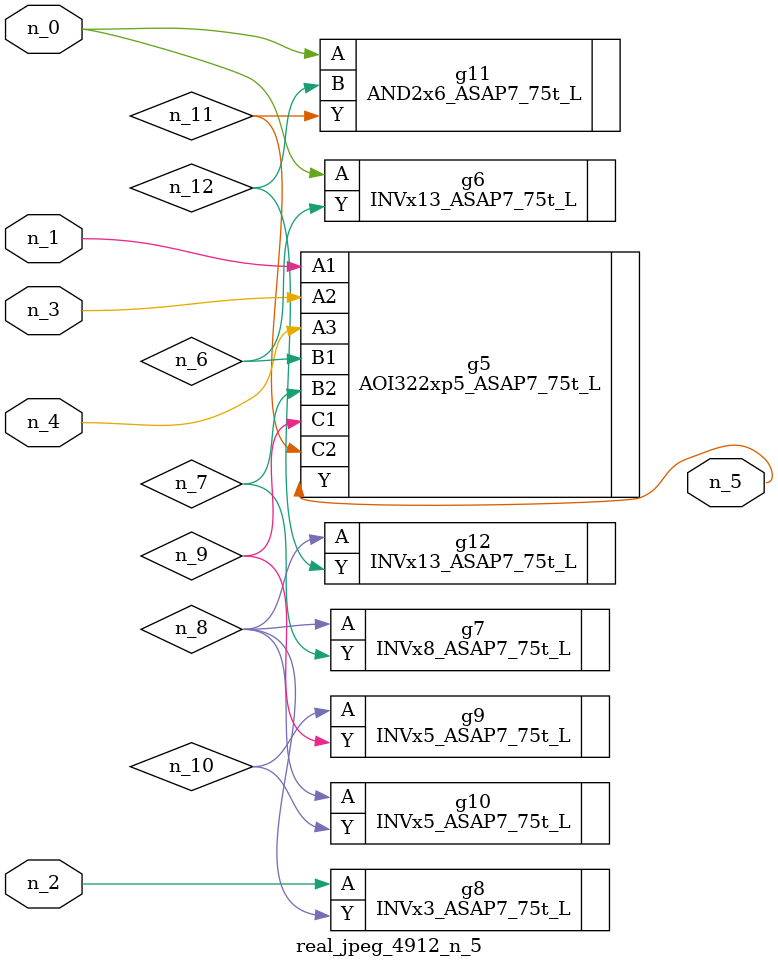
<source format=v>
module real_jpeg_4912_n_5 (n_4, n_0, n_1, n_2, n_3, n_5);

input n_4;
input n_0;
input n_1;
input n_2;
input n_3;

output n_5;

wire n_12;
wire n_8;
wire n_11;
wire n_6;
wire n_7;
wire n_10;
wire n_9;

INVx13_ASAP7_75t_L g6 ( 
.A(n_0),
.Y(n_6)
);

AND2x6_ASAP7_75t_L g11 ( 
.A(n_0),
.B(n_12),
.Y(n_11)
);

AOI322xp5_ASAP7_75t_L g5 ( 
.A1(n_1),
.A2(n_3),
.A3(n_4),
.B1(n_6),
.B2(n_7),
.C1(n_9),
.C2(n_11),
.Y(n_5)
);

INVx3_ASAP7_75t_L g8 ( 
.A(n_2),
.Y(n_8)
);

INVx8_ASAP7_75t_L g7 ( 
.A(n_8),
.Y(n_7)
);

INVx5_ASAP7_75t_L g10 ( 
.A(n_8),
.Y(n_10)
);

INVx13_ASAP7_75t_L g12 ( 
.A(n_8),
.Y(n_12)
);

INVx5_ASAP7_75t_L g9 ( 
.A(n_10),
.Y(n_9)
);


endmodule
</source>
